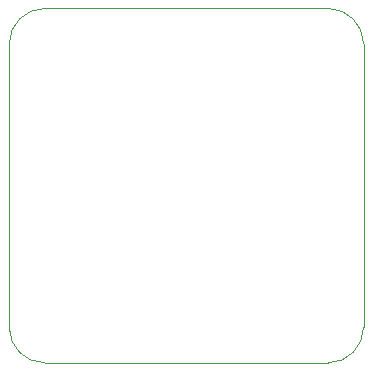
<source format=gbr>
%TF.GenerationSoftware,KiCad,Pcbnew,8.0.8-8.0.8-0~ubuntu24.04.1*%
%TF.CreationDate,2025-02-16T19:55:33+01:00*%
%TF.ProjectId,LIS2HH12TR-devboard,4c495332-4848-4313-9254-522d64657662,rev?*%
%TF.SameCoordinates,Original*%
%TF.FileFunction,Profile,NP*%
%FSLAX46Y46*%
G04 Gerber Fmt 4.6, Leading zero omitted, Abs format (unit mm)*
G04 Created by KiCad (PCBNEW 8.0.8-8.0.8-0~ubuntu24.04.1) date 2025-02-16 19:55:33*
%MOMM*%
%LPD*%
G01*
G04 APERTURE LIST*
%TA.AperFunction,Profile*%
%ADD10C,0.050000*%
%TD*%
G04 APERTURE END LIST*
D10*
X180000000Y-107000000D02*
X180000000Y-83000000D01*
X183000000Y-110000000D02*
X207000000Y-110000000D01*
X210000000Y-83000000D02*
X210000000Y-107000000D01*
X210000000Y-107000000D02*
G75*
G02*
X207000000Y-110000000I-3000000J0D01*
G01*
X183000000Y-110000000D02*
G75*
G02*
X180000000Y-107000000I0J3000000D01*
G01*
X180000000Y-83000000D02*
G75*
G02*
X183000000Y-80000000I3000000J0D01*
G01*
X207000000Y-80000000D02*
G75*
G02*
X210000000Y-83000000I0J-3000000D01*
G01*
X183000000Y-80000000D02*
X207000000Y-80000000D01*
M02*

</source>
